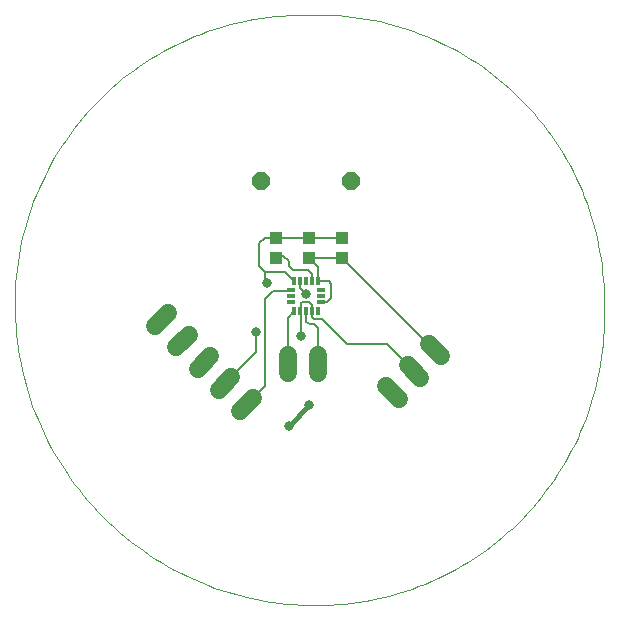
<source format=gtl>
G75*
%MOIN*%
%OFA0B0*%
%FSLAX24Y24*%
%IPPOS*%
%LPD*%
%AMOC8*
5,1,8,0,0,1.08239X$1,22.5*
%
%ADD10C,0.0000*%
%ADD11R,0.0315X0.0118*%
%ADD12R,0.0118X0.0315*%
%ADD13R,0.0394X0.0433*%
%ADD14C,0.0600*%
%ADD15OC8,0.0600*%
%ADD16C,0.0080*%
%ADD17C,0.0317*%
%ADD18C,0.0160*%
%ADD19C,0.0100*%
D10*
X000100Y010131D02*
X000100Y010160D01*
X000103Y010392D01*
X000111Y010625D01*
X000125Y010857D01*
X000144Y011088D01*
X000169Y011319D01*
X000200Y011550D01*
X000236Y011779D01*
X000278Y012008D01*
X000325Y012235D01*
X000378Y012462D01*
X000436Y012687D01*
X000500Y012910D01*
X000569Y013132D01*
X000643Y013352D01*
X000723Y013571D01*
X000808Y013787D01*
X000898Y014001D01*
X000993Y014213D01*
X001093Y014423D01*
X001199Y014630D01*
X001309Y014834D01*
X001424Y015036D01*
X001544Y015235D01*
X001669Y015431D01*
X001799Y015624D01*
X001933Y015814D01*
X002072Y016000D01*
X002215Y016183D01*
X002363Y016363D01*
X002515Y016539D01*
X002671Y016711D01*
X002831Y016879D01*
X002995Y017044D01*
X003163Y017204D01*
X003335Y017360D01*
X003511Y017513D01*
X003690Y017660D01*
X003873Y017804D01*
X004059Y017943D01*
X004249Y018077D01*
X004442Y018207D01*
X004638Y018332D01*
X004836Y018453D01*
X005038Y018568D01*
X005242Y018679D01*
X005449Y018784D01*
X005659Y018885D01*
X005871Y018980D01*
X006085Y019071D01*
X006301Y019156D01*
X006519Y019236D01*
X006739Y019310D01*
X006961Y019380D01*
X007185Y019444D01*
X007410Y019502D01*
X007636Y019555D01*
X007863Y019603D01*
X008092Y019645D01*
X008322Y019681D01*
X008552Y019712D01*
X008783Y019738D01*
X009014Y019757D01*
X009246Y019771D01*
X009479Y019780D01*
X009711Y019783D01*
X010170Y019784D01*
X010404Y019782D01*
X010638Y019774D01*
X010871Y019760D01*
X011104Y019741D01*
X011337Y019715D01*
X011569Y019685D01*
X011800Y019648D01*
X012030Y019606D01*
X012259Y019558D01*
X012487Y019505D01*
X012713Y019446D01*
X012938Y019381D01*
X013161Y019311D01*
X013382Y019236D01*
X013602Y019155D01*
X013819Y019069D01*
X014035Y018978D01*
X014248Y018881D01*
X014458Y018779D01*
X014666Y018672D01*
X014872Y018560D01*
X015074Y018443D01*
X015274Y018321D01*
X015470Y018194D01*
X015663Y018062D01*
X015854Y017926D01*
X016040Y017785D01*
X016223Y017639D01*
X016403Y017489D01*
X016579Y017335D01*
X016751Y017177D01*
X016919Y017014D01*
X017083Y016847D01*
X017243Y016676D01*
X017398Y016502D01*
X017549Y016323D01*
X017696Y016141D01*
X017839Y015956D01*
X017977Y015767D01*
X018110Y015574D01*
X018238Y015379D01*
X018362Y015180D01*
X018480Y014978D01*
X018594Y014774D01*
X018702Y014567D01*
X018806Y014357D01*
X018904Y014145D01*
X018997Y013930D01*
X019085Y013713D01*
X019168Y013495D01*
X019245Y013274D01*
X019316Y013051D01*
X019383Y012827D01*
X019443Y012601D01*
X019498Y012373D01*
X019548Y012145D01*
X019592Y011915D01*
X019630Y011684D01*
X019663Y011453D01*
X019689Y011220D01*
X019711Y010987D01*
X019726Y010754D01*
X019736Y010520D01*
X019740Y010286D01*
X019741Y010286D02*
X019743Y009754D01*
X019741Y009521D01*
X019734Y009288D01*
X019721Y009056D01*
X019702Y008823D01*
X019678Y008592D01*
X019648Y008361D01*
X019613Y008131D01*
X019572Y007901D01*
X019525Y007673D01*
X019473Y007446D01*
X019416Y007221D01*
X019353Y006996D01*
X019285Y006774D01*
X019211Y006553D01*
X019132Y006334D01*
X019047Y006117D01*
X018958Y005902D01*
X018863Y005689D01*
X018763Y005479D01*
X018658Y005271D01*
X018548Y005066D01*
X018433Y004863D01*
X018313Y004664D01*
X018189Y004467D01*
X018059Y004273D01*
X017925Y004083D01*
X017787Y003896D01*
X017644Y003712D01*
X017496Y003532D01*
X017344Y003355D01*
X017188Y003182D01*
X017028Y003013D01*
X016864Y002848D01*
X016695Y002687D01*
X016523Y002530D01*
X016348Y002378D01*
X016168Y002229D01*
X015985Y002085D01*
X015799Y001946D01*
X015609Y001811D01*
X015416Y001681D01*
X015220Y001555D01*
X015021Y001434D01*
X014819Y001318D01*
X014614Y001207D01*
X014407Y001101D01*
X014197Y001000D01*
X013985Y000904D01*
X013770Y000814D01*
X013554Y000728D01*
X013335Y000648D01*
X013114Y000573D01*
X012892Y000504D01*
X012668Y000440D01*
X012443Y000381D01*
X012216Y000328D01*
X011988Y000280D01*
X011759Y000238D01*
X011529Y000201D01*
X011299Y000170D01*
X011067Y000145D01*
X010835Y000125D01*
X010603Y000111D01*
X010370Y000103D01*
X010137Y000100D01*
X009891Y000103D01*
X009645Y000112D01*
X009399Y000127D01*
X009154Y000148D01*
X008909Y000175D01*
X008665Y000209D01*
X008422Y000248D01*
X008180Y000293D01*
X007939Y000344D01*
X007699Y000401D01*
X007461Y000463D01*
X007225Y000532D01*
X006990Y000606D01*
X006757Y000686D01*
X006526Y000772D01*
X006297Y000863D01*
X006071Y000960D01*
X005847Y001063D01*
X005626Y001171D01*
X005407Y001284D01*
X005192Y001403D01*
X004979Y001527D01*
X004769Y001656D01*
X004563Y001790D01*
X004360Y001930D01*
X004160Y002074D01*
X003964Y002223D01*
X003772Y002377D01*
X003583Y002535D01*
X003399Y002698D01*
X003218Y002866D01*
X003042Y003038D01*
X002870Y003214D01*
X002702Y003394D01*
X002539Y003579D01*
X002380Y003767D01*
X002227Y003959D01*
X002077Y004155D01*
X001933Y004355D01*
X001794Y004558D01*
X001659Y004764D01*
X001530Y004973D01*
X001406Y005186D01*
X001287Y005402D01*
X001174Y005620D01*
X001066Y005842D01*
X000963Y006065D01*
X000866Y006292D01*
X000774Y006520D01*
X000688Y006751D01*
X000608Y006984D01*
X000534Y007219D01*
X000465Y007455D01*
X000402Y007693D01*
X000345Y007933D01*
X000294Y008174D01*
X000249Y008416D01*
X000209Y008659D01*
X000176Y008903D01*
X000149Y009148D01*
X000128Y009393D01*
X000112Y009639D01*
X000103Y009885D01*
X000100Y010131D01*
D11*
X009304Y010203D03*
X009304Y010400D03*
X009304Y010597D03*
X010308Y010597D03*
X010308Y010400D03*
X010308Y010203D03*
D12*
X010200Y009898D03*
X010003Y009898D03*
X009806Y009898D03*
X009609Y009898D03*
X009412Y009898D03*
X009412Y010902D03*
X009609Y010902D03*
X009806Y010902D03*
X010003Y010902D03*
X010200Y010902D03*
D13*
X009906Y011665D03*
X009906Y012335D03*
X008806Y012335D03*
X008806Y011665D03*
X011006Y011665D03*
X011006Y012335D03*
D14*
X007325Y007705D02*
X006901Y007281D01*
X006194Y007988D02*
X006618Y008412D01*
X005911Y009119D02*
X005487Y008695D01*
X004780Y009402D02*
X005204Y009826D01*
X008032Y006998D02*
X007608Y006574D01*
X009206Y007850D02*
X009206Y008450D01*
X010206Y008450D02*
X010206Y007850D01*
X012487Y007405D02*
X012911Y006981D01*
X013618Y007688D02*
X013194Y008112D01*
X013901Y008819D02*
X014325Y008395D01*
D15*
X011306Y014240D03*
X008316Y014230D03*
D16*
X008431Y012335D02*
X008256Y012160D01*
X008256Y011410D01*
X008456Y011210D01*
X008456Y010890D01*
X008516Y010830D01*
X008716Y010590D02*
X009297Y010590D01*
X009304Y010597D01*
X009412Y010902D02*
X009104Y011210D01*
X008456Y011210D01*
X008806Y011665D02*
X008891Y011750D01*
X009056Y011750D01*
X009226Y011580D01*
X009226Y011410D01*
X009366Y011270D01*
X009866Y011270D01*
X010003Y011133D01*
X010003Y010902D01*
X010200Y010902D02*
X010564Y010902D01*
X010646Y010820D01*
X010646Y010350D01*
X010506Y010210D01*
X010315Y010210D01*
X010308Y010203D01*
X010003Y010123D02*
X009916Y010210D01*
X009676Y010210D01*
X009626Y010160D01*
X009626Y009915D01*
X009626Y009070D01*
X009926Y009460D02*
X009816Y009540D01*
X009816Y009888D01*
X009996Y009891D02*
X009996Y009700D01*
X010066Y009630D01*
X010346Y009630D01*
X011176Y008800D01*
X012496Y008800D01*
X013396Y007900D01*
X013406Y007900D01*
X014064Y008607D02*
X011006Y011665D01*
X009906Y011665D01*
X010200Y011372D01*
X010200Y010902D01*
X009796Y010490D02*
X009609Y010677D01*
X009609Y010902D01*
X010003Y010123D02*
X010003Y009898D01*
X009996Y009891D01*
X009626Y009915D02*
X009609Y009898D01*
X009412Y009898D02*
X009206Y009672D01*
X009206Y008150D01*
X008446Y007410D02*
X008446Y010320D01*
X008716Y010590D01*
X008156Y009200D02*
X008156Y008536D01*
X007113Y007493D01*
X007820Y006786D02*
X007822Y006786D01*
X008446Y007410D01*
X010206Y008150D02*
X010206Y009340D01*
X010066Y009460D01*
X009926Y009460D01*
X009906Y012335D02*
X008431Y012335D01*
X008806Y012335D02*
X009906Y012335D01*
X011006Y012335D01*
X014064Y008607D02*
X014113Y008607D01*
D17*
X009916Y006770D03*
X009236Y006080D03*
X009626Y009070D03*
X009796Y010490D03*
X008516Y010830D03*
X008156Y009200D03*
D18*
X009916Y006770D02*
X009236Y006090D01*
X009236Y006080D01*
D19*
X009816Y009888D02*
X009806Y009898D01*
M02*

</source>
